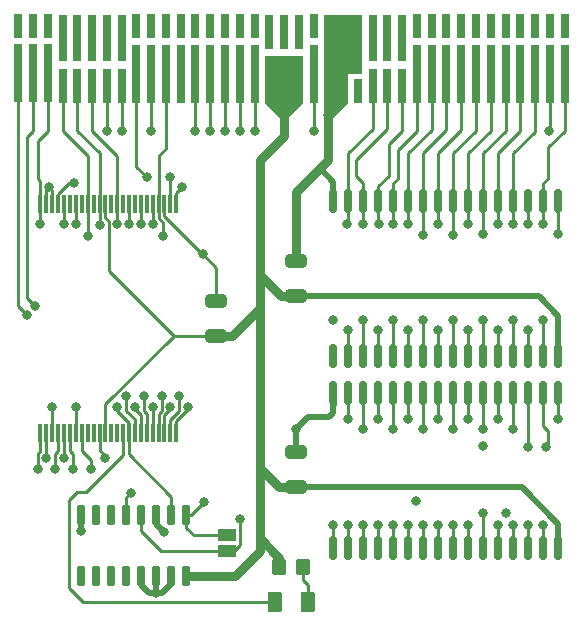
<source format=gbr>
%TF.GenerationSoftware,KiCad,Pcbnew,8.0.7*%
%TF.CreationDate,2025-01-02T16:49:33-06:00*%
%TF.ProjectId,z88-flash-mod,7a38382d-666c-4617-9368-2d6d6f642e6b,rev?*%
%TF.SameCoordinates,Original*%
%TF.FileFunction,Copper,L1,Top*%
%TF.FilePolarity,Positive*%
%FSLAX46Y46*%
G04 Gerber Fmt 4.6, Leading zero omitted, Abs format (unit mm)*
G04 Created by KiCad (PCBNEW 8.0.7) date 2025-01-02 16:49:33*
%MOMM*%
%LPD*%
G01*
G04 APERTURE LIST*
G04 Aperture macros list*
%AMRoundRect*
0 Rectangle with rounded corners*
0 $1 Rounding radius*
0 $2 $3 $4 $5 $6 $7 $8 $9 X,Y pos of 4 corners*
0 Add a 4 corners polygon primitive as box body*
4,1,4,$2,$3,$4,$5,$6,$7,$8,$9,$2,$3,0*
0 Add four circle primitives for the rounded corners*
1,1,$1+$1,$2,$3*
1,1,$1+$1,$4,$5*
1,1,$1+$1,$6,$7*
1,1,$1+$1,$8,$9*
0 Add four rect primitives between the rounded corners*
20,1,$1+$1,$2,$3,$4,$5,0*
20,1,$1+$1,$4,$5,$6,$7,0*
20,1,$1+$1,$6,$7,$8,$9,0*
20,1,$1+$1,$8,$9,$2,$3,0*%
G04 Aperture macros list end*
%TA.AperFunction,Conductor*%
%ADD10C,0.000000*%
%TD*%
%TA.AperFunction,SMDPad,CuDef*%
%ADD11RoundRect,0.250000X0.650000X-0.325000X0.650000X0.325000X-0.650000X0.325000X-0.650000X-0.325000X0*%
%TD*%
%TA.AperFunction,SMDPad,CuDef*%
%ADD12RoundRect,0.150000X-0.150000X0.875000X-0.150000X-0.875000X0.150000X-0.875000X0.150000X0.875000X0*%
%TD*%
%TA.AperFunction,SMDPad,CuDef*%
%ADD13RoundRect,0.150000X-0.150000X0.725000X-0.150000X-0.725000X0.150000X-0.725000X0.150000X0.725000X0*%
%TD*%
%TA.AperFunction,SMDPad,CuDef*%
%ADD14RoundRect,0.250000X-0.375000X-0.625000X0.375000X-0.625000X0.375000X0.625000X-0.375000X0.625000X0*%
%TD*%
%TA.AperFunction,SMDPad,CuDef*%
%ADD15RoundRect,0.075000X0.075000X-0.712500X0.075000X0.712500X-0.075000X0.712500X-0.075000X-0.712500X0*%
%TD*%
%TA.AperFunction,SMDPad,CuDef*%
%ADD16R,1.500000X1.000000*%
%TD*%
%TA.AperFunction,SMDPad,CuDef*%
%ADD17RoundRect,0.250000X-0.350000X-0.450000X0.350000X-0.450000X0.350000X0.450000X-0.350000X0.450000X0*%
%TD*%
%TA.AperFunction,ConnectorPad*%
%ADD18R,0.750000X5.000000*%
%TD*%
%TA.AperFunction,ConnectorPad*%
%ADD19R,0.750000X2.000000*%
%TD*%
%TA.AperFunction,ConnectorPad*%
%ADD20R,0.750000X3.000000*%
%TD*%
%TA.AperFunction,ConnectorPad*%
%ADD21R,0.750000X4.000000*%
%TD*%
%TA.AperFunction,ConnectorPad*%
%ADD22R,0.750000X7.500000*%
%TD*%
%TA.AperFunction,ViaPad*%
%ADD23C,0.800000*%
%TD*%
%TA.AperFunction,Conductor*%
%ADD24C,0.250000*%
%TD*%
%TA.AperFunction,Conductor*%
%ADD25C,0.750000*%
%TD*%
%TA.AperFunction,Conductor*%
%ADD26C,0.500000*%
%TD*%
G04 APERTURE END LIST*
D10*
%TA.AperFunction,Conductor*%
%TO.N,VCC*%
G36*
X141969000Y-70699000D02*
G01*
X140344000Y-72324000D01*
X138719000Y-70699000D01*
X138719000Y-66699000D01*
X141969000Y-66699000D01*
X141969000Y-70699000D01*
G37*
%TD.AperFunction*%
%TA.AperFunction,Conductor*%
%TO.N,GND*%
G36*
X146969000Y-68199000D02*
G01*
X145719000Y-68199000D01*
X145719000Y-70699000D01*
X143719000Y-72699000D01*
X143719000Y-63199000D01*
X146969000Y-63199000D01*
X146969000Y-68199000D01*
G37*
%TD.AperFunction*%
%TD*%
D11*
%TO.P,C2,1*%
%TO.N,VCC*%
X141351000Y-103202000D03*
%TO.P,C2,2*%
%TO.N,GND*%
X141351000Y-100252000D03*
%TD*%
%TO.P,C3,1*%
%TO.N,VCC*%
X141351000Y-87024000D03*
%TO.P,C3,2*%
%TO.N,GND*%
X141351000Y-84074000D03*
%TD*%
D12*
%TO.P,U2,1,A18*%
%TO.N,/A18*%
X163576000Y-95250000D03*
%TO.P,U2,2,A16*%
%TO.N,/A16*%
X162306000Y-95250000D03*
%TO.P,U2,3,A14*%
%TO.N,/A14*%
X161036000Y-95250000D03*
%TO.P,U2,4,A12*%
%TO.N,/A12*%
X159766000Y-95250000D03*
%TO.P,U2,5,A7*%
%TO.N,/A7*%
X158496000Y-95250000D03*
%TO.P,U2,6,A6*%
%TO.N,/A6*%
X157226000Y-95250000D03*
%TO.P,U2,7,A5*%
%TO.N,/A5*%
X155956000Y-95250000D03*
%TO.P,U2,8,A4*%
%TO.N,/A4*%
X154686000Y-95250000D03*
%TO.P,U2,9,A3*%
%TO.N,/A3*%
X153416000Y-95250000D03*
%TO.P,U2,10,A2*%
%TO.N,/A2*%
X152146000Y-95250000D03*
%TO.P,U2,11,A1*%
%TO.N,/A1*%
X150876000Y-95250000D03*
%TO.P,U2,12,A0*%
%TO.N,/A0*%
X149606000Y-95250000D03*
%TO.P,U2,13,DQ0*%
%TO.N,/D0*%
X148336000Y-95250000D03*
%TO.P,U2,14,DQ1*%
%TO.N,/D1*%
X147066000Y-95250000D03*
%TO.P,U2,15,DQ2*%
%TO.N,/D2*%
X145796000Y-95250000D03*
%TO.P,U2,16,VSS*%
%TO.N,GND*%
X144526000Y-95250000D03*
%TO.P,U2,17,DQ3*%
%TO.N,/D3*%
X144526000Y-108350000D03*
%TO.P,U2,18,DQ4*%
%TO.N,/D4*%
X145796000Y-108350000D03*
%TO.P,U2,19,DQ5*%
%TO.N,/D5*%
X147066000Y-108350000D03*
%TO.P,U2,20,DQ6*%
%TO.N,/D6*%
X148336000Y-108350000D03*
%TO.P,U2,21,DQ7*%
%TO.N,/D7*%
X149606000Y-108350000D03*
%TO.P,U2,22,CE#*%
%TO.N,Net-(JP1-A)*%
X150876000Y-108350000D03*
%TO.P,U2,23,A10*%
%TO.N,/A10*%
X152146000Y-108350000D03*
%TO.P,U2,24,OE#*%
%TO.N,/ROE*%
X153416000Y-108350000D03*
%TO.P,U2,25,A11*%
%TO.N,/A11*%
X154686000Y-108350000D03*
%TO.P,U2,26,A9*%
%TO.N,/A9*%
X155956000Y-108350000D03*
%TO.P,U2,27,A8*%
%TO.N,/A8*%
X157226000Y-108350000D03*
%TO.P,U2,28,A13*%
%TO.N,/A13*%
X158496000Y-108350000D03*
%TO.P,U2,29,WE#*%
%TO.N,/WEL*%
X159766000Y-108350000D03*
%TO.P,U2,30,A17*%
%TO.N,/A17*%
X161036000Y-108350000D03*
%TO.P,U2,31,A15*%
%TO.N,/A15*%
X162306000Y-108350000D03*
%TO.P,U2,32,VCC*%
%TO.N,VCC*%
X163576000Y-108350000D03*
%TD*%
D13*
%TO.P,U4,1,E*%
%TO.N,/~{SE1}*%
X132080000Y-105537000D03*
%TO.P,U4,2,A0*%
%TO.N,/A19*%
X130810000Y-105537000D03*
%TO.P,U4,3,A1*%
%TO.N,GND*%
X129540000Y-105537000D03*
%TO.P,U4,4,O0*%
%TO.N,Net-(JP1-A)*%
X128270000Y-105537000D03*
%TO.P,U4,5,O1*%
%TO.N,Net-(U3-CE#)*%
X127000000Y-105537000D03*
%TO.P,U4,6,O2*%
%TO.N,unconnected-(U4A-O2-Pad6)*%
X125730000Y-105537000D03*
%TO.P,U4,7,O3*%
%TO.N,unconnected-(U4A-O3-Pad7)*%
X124460000Y-105537000D03*
%TO.P,U4,8,GND*%
%TO.N,GND*%
X123190000Y-105537000D03*
%TO.P,U4,9,O3*%
%TO.N,unconnected-(U4B-O3-Pad9)*%
X123190000Y-110687000D03*
%TO.P,U4,10,O2*%
%TO.N,unconnected-(U4B-O2-Pad10)*%
X124460000Y-110687000D03*
%TO.P,U4,11,O1*%
%TO.N,unconnected-(U4B-O1-Pad11)*%
X125730000Y-110687000D03*
%TO.P,U4,12,O0*%
%TO.N,unconnected-(U4B-O0-Pad12)*%
X127000000Y-110687000D03*
%TO.P,U4,13,A1*%
%TO.N,GND*%
X128270000Y-110687000D03*
%TO.P,U4,14,A0*%
X129540000Y-110687000D03*
%TO.P,U4,15,E*%
X130810000Y-110687000D03*
%TO.P,U4,16,VCC*%
%TO.N,VCC*%
X132080000Y-110687000D03*
%TD*%
D14*
%TO.P,D1,1,K*%
%TO.N,Net-(D1-K)*%
X139570000Y-112903000D03*
%TO.P,D1,2,A*%
%TO.N,Net-(D1-A)*%
X142370000Y-112903000D03*
%TD*%
D15*
%TO.P,U1,1,A15*%
%TO.N,/A16*%
X119719000Y-98636500D03*
%TO.P,U1,2,A14*%
%TO.N,/A15*%
X120219000Y-98636500D03*
%TO.P,U1,3,A13*%
%TO.N,/A14*%
X120719000Y-98636500D03*
%TO.P,U1,4,A12*%
%TO.N,/A13*%
X121219000Y-98636500D03*
%TO.P,U1,5,A11*%
%TO.N,/A12*%
X121719000Y-98636500D03*
%TO.P,U1,6,A10*%
%TO.N,/A11*%
X122219000Y-98636500D03*
%TO.P,U1,7,A9*%
%TO.N,/A10*%
X122719000Y-98636500D03*
%TO.P,U1,8,A8*%
%TO.N,/A9*%
X123219000Y-98636500D03*
%TO.P,U1,9*%
%TO.N,N/C*%
X123719000Y-98636500D03*
%TO.P,U1,10*%
X124219000Y-98636500D03*
%TO.P,U1,11,~{WE}*%
%TO.N,/WEL*%
X124719000Y-98636500D03*
%TO.P,U1,12,~{RESET}*%
%TO.N,VCC*%
X125219000Y-98636500D03*
%TO.P,U1,13*%
%TO.N,N/C*%
X125719000Y-98636500D03*
%TO.P,U1,14*%
X126219000Y-98636500D03*
%TO.P,U1,15,RY/~{BY}*%
%TO.N,Net-(D1-K)*%
X126719000Y-98636500D03*
%TO.P,U1,16,A18*%
%TO.N,/A19*%
X127219000Y-98636500D03*
%TO.P,U1,17,A17*%
%TO.N,/A18*%
X127719000Y-98636500D03*
%TO.P,U1,18,A7*%
%TO.N,/A8*%
X128219000Y-98636500D03*
%TO.P,U1,19,A6*%
%TO.N,/A7*%
X128719000Y-98636500D03*
%TO.P,U1,20,A5*%
%TO.N,/A6*%
X129219000Y-98636500D03*
%TO.P,U1,21,A4*%
%TO.N,/A5*%
X129719000Y-98636500D03*
%TO.P,U1,22,A3*%
%TO.N,/A4*%
X130219000Y-98636500D03*
%TO.P,U1,23,A2*%
%TO.N,/A3*%
X130719000Y-98636500D03*
%TO.P,U1,24,A1*%
%TO.N,/A2*%
X131219000Y-98636500D03*
%TO.P,U1,25,A0*%
%TO.N,/A1*%
X131219000Y-79261500D03*
%TO.P,U1,26,~{CE}*%
%TO.N,/~{SE1}*%
X130719000Y-79261500D03*
%TO.P,U1,27,VSS*%
%TO.N,GND*%
X130219000Y-79261500D03*
%TO.P,U1,28,~{OE}*%
%TO.N,/ROE*%
X129719000Y-79261500D03*
%TO.P,U1,29,DQ0*%
%TO.N,/D0*%
X129219000Y-79261500D03*
%TO.P,U1,30,DQ8*%
%TO.N,unconnected-(U1-DQ8-Pad30)*%
X128719000Y-79261500D03*
%TO.P,U1,31,DQ1*%
%TO.N,/D1*%
X128219000Y-79261500D03*
%TO.P,U1,32,DQ9*%
%TO.N,unconnected-(U1-DQ9-Pad32)*%
X127719000Y-79261500D03*
%TO.P,U1,33,DQ2*%
%TO.N,/D2*%
X127219000Y-79261500D03*
%TO.P,U1,34,DQ10*%
%TO.N,unconnected-(U1-DQ10-Pad34)*%
X126719000Y-79261500D03*
%TO.P,U1,35,DQ3*%
%TO.N,/D3*%
X126219000Y-79261500D03*
%TO.P,U1,36,DQ11*%
%TO.N,unconnected-(U1-DQ11-Pad36)*%
X125719000Y-79261500D03*
%TO.P,U1,37,VCC*%
%TO.N,VCC*%
X125219000Y-79261500D03*
%TO.P,U1,38,DQ4*%
%TO.N,/D4*%
X124719000Y-79261500D03*
%TO.P,U1,39,DQ12*%
%TO.N,unconnected-(U1-DQ12-Pad39)*%
X124219000Y-79261500D03*
%TO.P,U1,40,DQ5*%
%TO.N,/D5*%
X123719000Y-79261500D03*
%TO.P,U1,41,DQ13*%
%TO.N,unconnected-(U1-DQ13-Pad41)*%
X123219000Y-79261500D03*
%TO.P,U1,42,DQ6*%
%TO.N,/D6*%
X122719000Y-79261500D03*
%TO.P,U1,43,DQ14*%
%TO.N,unconnected-(U1-DQ14-Pad43)*%
X122219000Y-79261500D03*
%TO.P,U1,44,DQ7*%
%TO.N,/D7*%
X121719000Y-79261500D03*
%TO.P,U1,45,DQ15/A-1*%
%TO.N,/A0*%
X121219000Y-79261500D03*
%TO.P,U1,46,VSS*%
%TO.N,GND*%
X120719000Y-79261500D03*
%TO.P,U1,47,~{BYTE}*%
X120219000Y-79261500D03*
%TO.P,U1,48,A16*%
%TO.N,/A17*%
X119719000Y-79261500D03*
%TD*%
D16*
%TO.P,512K,1,A*%
%TO.N,Net-(JP1-A)*%
X135509000Y-108585000D03*
%TO.P,512K,2,B*%
%TO.N,/~{SE1}*%
X135509000Y-107285000D03*
%TD*%
D17*
%TO.P,R1,1*%
%TO.N,VCC*%
X139954000Y-109982000D03*
%TO.P,R1,2*%
%TO.N,Net-(D1-A)*%
X141954000Y-109982000D03*
%TD*%
D11*
%TO.P,C1,1*%
%TO.N,VCC*%
X134620000Y-90375000D03*
%TO.P,C1,2*%
%TO.N,GND*%
X134620000Y-87425000D03*
%TD*%
D18*
%TO.P,J1,1,Pin_1*%
%TO.N,/A16*%
X164094000Y-68199000D03*
D19*
%TO.P,J1,1n,Pin_39*%
%TO.N,unconnected-(J1-Pin_39-Pad1n)*%
X164114000Y-64199000D03*
D18*
%TO.P,J1,2,Pin_2*%
%TO.N,/A15*%
X162844000Y-68199000D03*
D19*
%TO.P,J1,2n,Pin_40*%
%TO.N,unconnected-(J1-Pin_40-Pad2n)*%
X162844000Y-64199000D03*
D18*
%TO.P,J1,3,Pin_3*%
%TO.N,/A12*%
X161594000Y-68199000D03*
D19*
%TO.P,J1,3n,Pin_41*%
%TO.N,unconnected-(J1-Pin_41-Pad3n)*%
X161594000Y-64199000D03*
D18*
%TO.P,J1,4,Pin_4*%
%TO.N,/A7*%
X160344000Y-68199000D03*
D19*
%TO.P,J1,4n,Pin_42*%
%TO.N,unconnected-(J1-Pin_42-Pad4n)*%
X160344000Y-64199000D03*
D18*
%TO.P,J1,5,Pin_5*%
%TO.N,/A6*%
X159094000Y-68199000D03*
D19*
%TO.P,J1,5n,Pin_43*%
%TO.N,unconnected-(J1-Pin_43-Pad5n)*%
X159094000Y-64199000D03*
D18*
%TO.P,J1,6,Pin_6*%
%TO.N,/A5*%
X157844000Y-68199000D03*
D19*
%TO.P,J1,6n,Pin_44*%
%TO.N,unconnected-(J1-Pin_44-Pad6n)*%
X157844000Y-64199000D03*
D18*
%TO.P,J1,7,Pin_7*%
%TO.N,/A4*%
X156594000Y-68199000D03*
D19*
%TO.P,J1,7n,Pin_45*%
%TO.N,unconnected-(J1-Pin_45-Pad7n)*%
X156594000Y-64199000D03*
D18*
%TO.P,J1,8,Pin_8*%
%TO.N,/A3*%
X155344000Y-68199000D03*
D19*
%TO.P,J1,8n,Pin_46*%
%TO.N,unconnected-(J1-Pin_46-Pad8n)*%
X155344000Y-64199000D03*
D18*
%TO.P,J1,9,Pin_9*%
%TO.N,/A2*%
X154094000Y-68199000D03*
D19*
%TO.P,J1,9n,Pin_47*%
%TO.N,unconnected-(J1-Pin_47-Pad9n)*%
X154094000Y-64199000D03*
D18*
%TO.P,J1,10,Pin_10*%
%TO.N,/A1*%
X152844000Y-68199000D03*
D19*
%TO.P,J1,10n,Pin_48*%
%TO.N,unconnected-(J1-Pin_48-Pad10n)*%
X152844000Y-64199000D03*
D18*
%TO.P,J1,11,Pin_11*%
%TO.N,/A0*%
X151594000Y-68199000D03*
D19*
%TO.P,J1,11n,Pin_49*%
%TO.N,unconnected-(J1-Pin_49-Pad11n)*%
X151594000Y-64199000D03*
D20*
%TO.P,J1,12,Pin_12*%
%TO.N,/D0*%
X150344000Y-69199000D03*
D21*
%TO.P,J1,12n,Pin_50*%
%TO.N,unconnected-(J1-Pin_50-Pad12n)*%
X150344000Y-65199000D03*
D20*
%TO.P,J1,13,Pin_13*%
%TO.N,/D1*%
X149094000Y-69199000D03*
D21*
%TO.P,J1,13n,Pin_51*%
%TO.N,unconnected-(J1-Pin_51-Pad13n)*%
X149094000Y-65199000D03*
D20*
%TO.P,J1,14,Pin_14*%
%TO.N,/D2*%
X147844000Y-69199000D03*
D21*
%TO.P,J1,14n,Pin_52*%
%TO.N,unconnected-(J1-Pin_52-Pad14n)*%
X147844000Y-65199000D03*
D19*
%TO.P,J1,15,GND*%
%TO.N,unconnected-(J1-GND-Pad15)*%
X146594000Y-69699000D03*
D18*
%TO.P,J1,15n,Pin_53*%
%TO.N,GND*%
X146594000Y-65699000D03*
D22*
%TO.P,J1,16,GND*%
X145344000Y-66949000D03*
%TO.P,J1,17,GND*%
X144094000Y-66949000D03*
D18*
%TO.P,J1,18,Pin_18*%
%TO.N,/A14*%
X142844000Y-68199000D03*
D19*
%TO.P,J1,18n,Pin_56*%
%TO.N,unconnected-(J1-Pin_56-Pad18n)*%
X142844000Y-64199000D03*
D21*
%TO.P,J1,19,Pin_19*%
%TO.N,VCC*%
X141594000Y-68699000D03*
D20*
%TO.P,J1,19n,Pin_57*%
%TO.N,unconnected-(J1-Pin_57-Pad19n)*%
X141594000Y-64699000D03*
D21*
%TO.P,J1,20,Pin_20*%
%TO.N,VCC*%
X140344000Y-68699000D03*
D20*
%TO.P,J1,20n,Pin_58*%
%TO.N,unconnected-(J1-Pin_58-Pad20n)*%
X140344000Y-64699000D03*
D21*
%TO.P,J1,21,Pin_21*%
%TO.N,VCC*%
X139094000Y-68699000D03*
D20*
%TO.P,J1,21n,Pin_59*%
%TO.N,unconnected-(J1-Pin_59-Pad21n)*%
X139094000Y-64699000D03*
D18*
%TO.P,J1,22,Pin_22*%
%TO.N,/WEL*%
X137844000Y-68199000D03*
D19*
%TO.P,J1,22n,Pin_60*%
%TO.N,unconnected-(J1-Pin_60-Pad22n)*%
X137844000Y-64199000D03*
D18*
%TO.P,J1,23,Pin_23*%
%TO.N,/A13*%
X136594000Y-68199000D03*
D19*
%TO.P,J1,23n,Pin_61*%
%TO.N,unconnected-(J1-Pin_61-Pad23n)*%
X136594000Y-64199000D03*
D18*
%TO.P,J1,24,Pin_24*%
%TO.N,/A8*%
X135344000Y-68199000D03*
D19*
%TO.P,J1,24n,Pin_62*%
%TO.N,unconnected-(J1-Pin_62-Pad24n)*%
X135344000Y-64199000D03*
D18*
%TO.P,J1,25,Pin_25*%
%TO.N,/A9*%
X134094000Y-68199000D03*
D19*
%TO.P,J1,25n,Pin_63*%
%TO.N,unconnected-(J1-Pin_63-Pad25n)*%
X134094000Y-64199000D03*
D18*
%TO.P,J1,26,Pin_26*%
%TO.N,/A11*%
X132844000Y-68199000D03*
D19*
%TO.P,J1,26n,Pin_64*%
%TO.N,unconnected-(J1-Pin_64-Pad26n)*%
X132844000Y-64199000D03*
D18*
%TO.P,J1,27,Pin_27*%
%TO.N,unconnected-(J1-Pin_27-Pad27)*%
X131594000Y-68199000D03*
D19*
%TO.P,J1,27n,Pin_65*%
%TO.N,unconnected-(J1-Pin_65-Pad27n)*%
X131594000Y-64199000D03*
D18*
%TO.P,J1,28,Pin_28*%
%TO.N,/ROE*%
X130344000Y-68199000D03*
D19*
%TO.P,J1,28n,Pin_66*%
%TO.N,unconnected-(J1-Pin_66-Pad28n)*%
X130344000Y-64199000D03*
D18*
%TO.P,J1,29,Pin_29*%
%TO.N,/A10*%
X129094000Y-68199000D03*
D19*
%TO.P,J1,29n,Pin_67*%
%TO.N,unconnected-(J1-Pin_67-Pad29n)*%
X129094000Y-64199000D03*
D18*
%TO.P,J1,30,Pin_30*%
%TO.N,/~{SE1}*%
X127844000Y-68199000D03*
D19*
%TO.P,J1,30n,Pin_68*%
%TO.N,unconnected-(J1-Pin_68-Pad30n)*%
X127844000Y-64199000D03*
D20*
%TO.P,J1,31,Pin_31*%
%TO.N,/D7*%
X126594000Y-69199000D03*
D21*
%TO.P,J1,31n,Pin_69*%
%TO.N,unconnected-(J1-Pin_69-Pad31n)*%
X126594000Y-65199000D03*
D20*
%TO.P,J1,32,Pin_32*%
%TO.N,/D6*%
X125344000Y-69199000D03*
D21*
%TO.P,J1,32n,Pin_70*%
%TO.N,unconnected-(J1-Pin_70-Pad32n)*%
X125344000Y-65199000D03*
D20*
%TO.P,J1,33,Pin_33*%
%TO.N,/D3*%
X124094000Y-69199000D03*
D21*
%TO.P,J1,33n,Pin_71*%
%TO.N,unconnected-(J1-Pin_71-Pad33n)*%
X124094000Y-65199000D03*
D20*
%TO.P,J1,34,Pin_34*%
%TO.N,/D4*%
X122844000Y-69199000D03*
D21*
%TO.P,J1,34n,Pin_72*%
%TO.N,unconnected-(J1-Pin_72-Pad34n)*%
X122844000Y-65199000D03*
D20*
%TO.P,J1,35,Pin_35*%
%TO.N,/D5*%
X121594000Y-69199000D03*
D21*
%TO.P,J1,35n,Pin_73*%
%TO.N,unconnected-(J1-Pin_73-Pad35n)*%
X121594000Y-65199000D03*
D18*
%TO.P,J1,36,Pin_36*%
%TO.N,/A17*%
X120344000Y-68144000D03*
D19*
%TO.P,J1,36n,Pin_74*%
%TO.N,unconnected-(J1-Pin_74-Pad36n)*%
X120344000Y-64199000D03*
D18*
%TO.P,J1,37,Pin_37*%
%TO.N,/A18*%
X119094000Y-68144000D03*
D19*
%TO.P,J1,37n,Pin_75*%
%TO.N,unconnected-(J1-Pin_75-Pad37n)*%
X119094000Y-64199000D03*
D18*
%TO.P,J1,38,Pin_38*%
%TO.N,/A19*%
X117844000Y-68144000D03*
D19*
%TO.P,J1,38n,Pin_76*%
%TO.N,unconnected-(J1-Pin_76-Pad38n)*%
X117844000Y-64199000D03*
%TD*%
D12*
%TO.P,U3,1,A18*%
%TO.N,/A18*%
X163576000Y-78994000D03*
%TO.P,U3,2,A16*%
%TO.N,/A16*%
X162306000Y-78994000D03*
%TO.P,U3,3,A14*%
%TO.N,/A14*%
X161036000Y-78994000D03*
%TO.P,U3,4,A12*%
%TO.N,/A12*%
X159766000Y-78994000D03*
%TO.P,U3,5,A7*%
%TO.N,/A7*%
X158496000Y-78994000D03*
%TO.P,U3,6,A6*%
%TO.N,/A6*%
X157226000Y-78994000D03*
%TO.P,U3,7,A5*%
%TO.N,/A5*%
X155956000Y-78994000D03*
%TO.P,U3,8,A4*%
%TO.N,/A4*%
X154686000Y-78994000D03*
%TO.P,U3,9,A3*%
%TO.N,/A3*%
X153416000Y-78994000D03*
%TO.P,U3,10,A2*%
%TO.N,/A2*%
X152146000Y-78994000D03*
%TO.P,U3,11,A1*%
%TO.N,/A1*%
X150876000Y-78994000D03*
%TO.P,U3,12,A0*%
%TO.N,/A0*%
X149606000Y-78994000D03*
%TO.P,U3,13,DQ0*%
%TO.N,/D0*%
X148336000Y-78994000D03*
%TO.P,U3,14,DQ1*%
%TO.N,/D1*%
X147066000Y-78994000D03*
%TO.P,U3,15,DQ2*%
%TO.N,/D2*%
X145796000Y-78994000D03*
%TO.P,U3,16,VSS*%
%TO.N,GND*%
X144526000Y-78994000D03*
%TO.P,U3,17,DQ3*%
%TO.N,/D3*%
X144526000Y-92094000D03*
%TO.P,U3,18,DQ4*%
%TO.N,/D4*%
X145796000Y-92094000D03*
%TO.P,U3,19,DQ5*%
%TO.N,/D5*%
X147066000Y-92094000D03*
%TO.P,U3,20,DQ6*%
%TO.N,/D6*%
X148336000Y-92094000D03*
%TO.P,U3,21,DQ7*%
%TO.N,/D7*%
X149606000Y-92094000D03*
%TO.P,U3,22,CE#*%
%TO.N,Net-(U3-CE#)*%
X150876000Y-92094000D03*
%TO.P,U3,23,A10*%
%TO.N,/A10*%
X152146000Y-92094000D03*
%TO.P,U3,24,OE#*%
%TO.N,/ROE*%
X153416000Y-92094000D03*
%TO.P,U3,25,A11*%
%TO.N,/A11*%
X154686000Y-92094000D03*
%TO.P,U3,26,A9*%
%TO.N,/A9*%
X155956000Y-92094000D03*
%TO.P,U3,27,A8*%
%TO.N,/A8*%
X157226000Y-92094000D03*
%TO.P,U3,28,A13*%
%TO.N,/A13*%
X158496000Y-92094000D03*
%TO.P,U3,29,WE#*%
%TO.N,/WEL*%
X159766000Y-92094000D03*
%TO.P,U3,30,A17*%
%TO.N,/A17*%
X161036000Y-92094000D03*
%TO.P,U3,31,A15*%
%TO.N,/A15*%
X162306000Y-92094000D03*
%TO.P,U3,32,VCC*%
%TO.N,VCC*%
X163576000Y-92094000D03*
%TD*%
D23*
%TO.N,GND*%
X123190000Y-106934000D03*
X141351000Y-98298000D03*
X133477000Y-83502000D03*
X120469000Y-77824000D03*
X129540000Y-112141000D03*
X130175000Y-106971000D03*
X144094000Y-71699000D03*
%TO.N,/D2*%
X145669000Y-80899000D03*
X127219000Y-80949000D03*
X145796000Y-97409000D03*
%TO.N,/D1*%
X147066000Y-98298000D03*
X128219000Y-80949000D03*
X147066000Y-80899000D03*
%TO.N,/A14*%
X161036000Y-80899000D03*
X161036000Y-99822000D03*
X142875000Y-73025000D03*
X120719000Y-96449000D03*
%TO.N,/D0*%
X148344000Y-80899000D03*
X129219000Y-80949000D03*
X148336000Y-97409000D03*
%TO.N,/A13*%
X158496000Y-89916000D03*
X158496000Y-106426000D03*
X136594000Y-73025000D03*
X120969000Y-101699000D03*
%TO.N,/A0*%
X149606000Y-80899000D03*
X149606000Y-98298000D03*
X122555000Y-77470000D03*
%TO.N,/A8*%
X157226000Y-89027000D03*
X135344000Y-73025000D03*
X157226000Y-99748000D03*
X157226000Y-105410000D03*
X127719003Y-96449000D03*
%TO.N,/A1*%
X150876000Y-80899000D03*
X131719000Y-77824000D03*
X150876000Y-97409000D03*
%TO.N,/A9*%
X123969000Y-101699000D03*
X155956000Y-89916000D03*
X155956000Y-106426000D03*
X134094000Y-73025000D03*
%TO.N,/A2*%
X152146000Y-98298000D03*
X152146000Y-81824000D03*
X132219000Y-96449000D03*
%TO.N,/A11*%
X132844000Y-73025000D03*
X122469000Y-101699000D03*
X154686000Y-89027000D03*
X154686000Y-106426000D03*
%TO.N,/A3*%
X153416000Y-80899000D03*
X153416000Y-97409000D03*
X131469000Y-95449000D03*
%TO.N,/A4*%
X130719000Y-96449000D03*
X154686000Y-98298000D03*
X154686000Y-81824000D03*
%TO.N,/A10*%
X152146000Y-106426000D03*
X152146000Y-89027000D03*
X122719000Y-96424000D03*
X129094000Y-73025000D03*
%TO.N,/A5*%
X155956000Y-80899000D03*
X129969000Y-95449000D03*
X155956000Y-97409000D03*
%TO.N,/A6*%
X157226000Y-98298000D03*
X157226000Y-81788000D03*
X129219000Y-96449000D03*
%TO.N,/D7*%
X126594000Y-73025000D03*
X149606000Y-106426000D03*
X121719000Y-80949000D03*
X149606000Y-89027000D03*
%TO.N,/A7*%
X128469000Y-95449000D03*
X158496000Y-80899000D03*
X158496000Y-97409000D03*
%TO.N,/D6*%
X148336000Y-89916000D03*
X122719000Y-80949000D03*
X125344000Y-73025000D03*
X148336000Y-106426000D03*
%TO.N,/A12*%
X159126000Y-105410000D03*
X159766000Y-98298000D03*
X159766000Y-80899000D03*
X121719000Y-100699000D03*
%TO.N,/D5*%
X147066000Y-106426000D03*
X123744305Y-81974305D03*
X147066000Y-89027000D03*
%TO.N,/A15*%
X120219000Y-100699000D03*
X162306000Y-89027000D03*
X162814000Y-73025000D03*
X162306000Y-106426000D03*
%TO.N,/D4*%
X145796000Y-106426000D03*
X124744305Y-80974305D03*
X145796000Y-89916000D03*
%TO.N,/A16*%
X119469000Y-101699000D03*
X162306000Y-80899000D03*
X162523000Y-99785000D03*
%TO.N,/D3*%
X144526000Y-89027000D03*
X126219000Y-80949000D03*
X144526000Y-106426000D03*
%TO.N,/WEL*%
X159766000Y-106426000D03*
X125222000Y-100711000D03*
X159766000Y-89027000D03*
X137844000Y-73025000D03*
%TO.N,/ROE*%
X130094000Y-81949000D03*
X153416000Y-89916000D03*
X153416000Y-106426000D03*
%TO.N,/A17*%
X161036000Y-89916000D03*
X119719000Y-80949000D03*
X161036000Y-106426000D03*
%TO.N,/A19*%
X118545892Y-88591108D03*
X126219000Y-96449000D03*
%TO.N,/A18*%
X163576000Y-81788000D03*
X126969006Y-95449000D03*
X163576000Y-97409000D03*
X119253000Y-87884000D03*
%TO.N,/~{SE1}*%
X130719000Y-76926000D03*
X128719000Y-76949000D03*
X133604000Y-104424000D03*
%TO.N,Net-(JP1-A)*%
X136594000Y-105881000D03*
X150876000Y-106426000D03*
%TO.N,Net-(U3-CE#)*%
X127344000Y-103699000D03*
X151511000Y-104394000D03*
X150876000Y-89916000D03*
%TD*%
D24*
%TO.N,GND*%
X128270000Y-110687000D02*
X128270000Y-111125000D01*
D25*
X144094000Y-71699000D02*
X144094000Y-75489000D01*
D24*
X130810000Y-110687000D02*
X130810000Y-111125000D01*
X120219000Y-78074000D02*
X120469000Y-77824000D01*
D25*
X144094000Y-75489000D02*
X143383000Y-76200000D01*
D26*
X141351000Y-98298000D02*
X141351000Y-100252000D01*
D24*
X134620000Y-84645000D02*
X134620000Y-87425000D01*
D26*
X130810000Y-111379000D02*
X130810000Y-110687000D01*
D24*
X133477000Y-83502000D02*
X133433702Y-83502000D01*
D25*
X141351000Y-84074000D02*
X141351000Y-78232000D01*
D26*
X123190000Y-106934000D02*
X123190000Y-105537000D01*
X144526000Y-77343000D02*
X143383000Y-76200000D01*
X144145000Y-97282000D02*
X144526000Y-96901000D01*
X144526000Y-78994000D02*
X144526000Y-77343000D01*
X129540000Y-112141000D02*
X130048000Y-112141000D01*
X141351000Y-98298000D02*
X142367000Y-97282000D01*
D24*
X120469000Y-77824000D02*
X120719000Y-78074000D01*
D26*
X129540000Y-106336000D02*
X129540000Y-105537000D01*
D24*
X130219000Y-80287298D02*
X130219000Y-79261500D01*
D25*
X144094000Y-66949000D02*
X144094000Y-71699000D01*
D24*
X120219000Y-79261500D02*
X120219000Y-78074000D01*
X120719000Y-78074000D02*
X120719000Y-79261500D01*
D26*
X130175000Y-106971000D02*
X129540000Y-106336000D01*
D24*
X133433702Y-83502000D02*
X130219000Y-80287298D01*
D26*
X142367000Y-97282000D02*
X144145000Y-97282000D01*
X128270000Y-111506000D02*
X128270000Y-110687000D01*
D25*
X141351000Y-78232000D02*
X143383000Y-76200000D01*
D24*
X133477000Y-83502000D02*
X134620000Y-84645000D01*
D26*
X128905000Y-112141000D02*
X128270000Y-111506000D01*
X129540000Y-110687000D02*
X129540000Y-112141000D01*
X144526000Y-96901000D02*
X144526000Y-95250000D01*
X130048000Y-112141000D02*
X130810000Y-111379000D01*
X129540000Y-112141000D02*
X128905000Y-112141000D01*
%TO.N,VCC*%
X161919000Y-87024000D02*
X141351000Y-87024000D01*
D25*
X138303000Y-107537000D02*
X139954000Y-109188000D01*
D26*
X163576000Y-92094000D02*
X163576000Y-88681000D01*
D25*
X139954000Y-109188000D02*
X139954000Y-109982000D01*
D26*
X163576000Y-88681000D02*
X161919000Y-87024000D01*
D24*
X125219000Y-98636500D02*
X125219000Y-96142000D01*
D25*
X138303000Y-108585000D02*
X138303000Y-107537000D01*
X136201000Y-110687000D02*
X138303000Y-108585000D01*
D26*
X160460859Y-103202000D02*
X163576000Y-106317141D01*
D25*
X132080000Y-110687000D02*
X136201000Y-110687000D01*
X134620000Y-90375000D02*
X135939000Y-90375000D01*
X138303000Y-85217000D02*
X138303000Y-88011000D01*
X140110000Y-87024000D02*
X138303000Y-85217000D01*
X140344000Y-69511500D02*
X140344000Y-73460500D01*
D24*
X125494000Y-84879500D02*
X125494000Y-80698695D01*
D26*
X163576000Y-106317141D02*
X163576000Y-108350000D01*
D24*
X125219000Y-80423695D02*
X125219000Y-79261500D01*
D25*
X140344000Y-73460500D02*
X138303000Y-75501500D01*
X138303000Y-101600000D02*
X138303000Y-107537000D01*
D24*
X130989500Y-90375000D02*
X125494000Y-84879500D01*
D25*
X141351000Y-103202000D02*
X139905000Y-103202000D01*
D24*
X125494000Y-80698695D02*
X125219000Y-80423695D01*
D25*
X138303000Y-75501500D02*
X138303000Y-85217000D01*
D24*
X134620000Y-90375000D02*
X130989500Y-90375000D01*
D25*
X135939000Y-90375000D02*
X138303000Y-88011000D01*
X141351000Y-87024000D02*
X140110000Y-87024000D01*
X139905000Y-103202000D02*
X138303000Y-101600000D01*
X138303000Y-88011000D02*
X138303000Y-101600000D01*
D24*
X125219000Y-96142000D02*
X130986000Y-90375000D01*
D26*
X141351000Y-103202000D02*
X160460859Y-103202000D01*
D24*
%TO.N,/D2*%
X145796000Y-74930000D02*
X147844000Y-72882000D01*
X127219000Y-79261500D02*
X127219000Y-80949000D01*
X145669000Y-80899000D02*
X145796000Y-80772000D01*
X145796000Y-80772000D02*
X145796000Y-78994000D01*
X145796000Y-97409000D02*
X145796000Y-95250000D01*
X145669000Y-79121000D02*
X145796000Y-78994000D01*
X147844000Y-72882000D02*
X147844000Y-69199000D01*
X145796000Y-78994000D02*
X145796000Y-74930000D01*
%TO.N,/D1*%
X147066000Y-78994000D02*
X147066000Y-80899000D01*
X147066000Y-98189611D02*
X147066000Y-95250000D01*
X146431000Y-76835000D02*
X146431000Y-75501500D01*
X128219000Y-79261500D02*
X128219000Y-80949000D01*
X149094000Y-72838500D02*
X149094000Y-69199000D01*
X146431000Y-75501500D02*
X149094000Y-72838500D01*
X147066000Y-77470000D02*
X146431000Y-76835000D01*
X147007153Y-98248458D02*
X147066000Y-98189611D01*
X147066000Y-78994000D02*
X147066000Y-77470000D01*
%TO.N,/A14*%
X142844000Y-68199000D02*
X142844000Y-72994000D01*
X161036000Y-99822000D02*
X161036000Y-95250000D01*
X161036000Y-78994000D02*
X161036000Y-80899000D01*
X142844000Y-72994000D02*
X142875000Y-73025000D01*
X120719000Y-98636500D02*
X120719000Y-96449000D01*
%TO.N,/D0*%
X148336000Y-77724000D02*
X149225000Y-76835000D01*
X149225000Y-74144000D02*
X150344000Y-73025000D01*
X148344000Y-80899000D02*
X148336000Y-80891000D01*
X129219000Y-79261500D02*
X129219000Y-80949000D01*
X148336000Y-80891000D02*
X148336000Y-78994000D01*
X150344000Y-73025000D02*
X150344000Y-69199000D01*
X149225000Y-76835000D02*
X149225000Y-74144000D01*
X148336000Y-78994000D02*
X148336000Y-77724000D01*
X148336000Y-95250000D02*
X148336000Y-97409000D01*
%TO.N,/A13*%
X158496000Y-89916000D02*
X158496000Y-92094000D01*
X158496000Y-108350000D02*
X158496000Y-106426000D01*
X136594000Y-68199000D02*
X136594000Y-73025000D01*
X121219000Y-98636500D02*
X121219000Y-100173695D01*
X120969000Y-100423695D02*
X120969000Y-101699000D01*
X158496000Y-92094000D02*
X158496000Y-89789000D01*
X121219000Y-100173695D02*
X120969000Y-100423695D01*
%TO.N,/A0*%
X121219000Y-78406236D02*
X121219000Y-79261500D01*
X149606000Y-78994000D02*
X149606000Y-77470000D01*
X149606000Y-77470000D02*
X149987000Y-77089000D01*
X149606000Y-80899000D02*
X149606000Y-78994000D01*
X122155236Y-77470000D02*
X121219000Y-78406236D01*
X122555000Y-77470000D02*
X122155236Y-77470000D01*
X149606000Y-98298000D02*
X149606000Y-95250000D01*
X149987000Y-77089000D02*
X149987000Y-74632000D01*
X151594000Y-73025000D02*
X151594000Y-68199000D01*
X149987000Y-74632000D02*
X151594000Y-73025000D01*
%TO.N,/A8*%
X135344000Y-73025000D02*
X135344000Y-68199000D01*
X128219000Y-97110701D02*
X127719003Y-96610704D01*
X127719003Y-96610704D02*
X127719003Y-96449000D01*
X128219000Y-98636500D02*
X128219000Y-97110701D01*
X157226000Y-105410000D02*
X157226000Y-108350000D01*
X157226000Y-89027000D02*
X157226000Y-92094000D01*
%TO.N,/A1*%
X150876000Y-97409000D02*
X150876000Y-95250000D01*
X131719000Y-77824000D02*
X131219000Y-78324000D01*
X152844000Y-72962000D02*
X152844000Y-68199000D01*
X150876000Y-78994000D02*
X150876000Y-74930000D01*
X131219000Y-78324000D02*
X131219000Y-79261500D01*
X150876000Y-74930000D02*
X152844000Y-72962000D01*
X150876000Y-80899000D02*
X150876000Y-78994000D01*
%TO.N,/A9*%
X123219000Y-98636500D02*
X123219000Y-100136500D01*
X134094000Y-68199000D02*
X134094000Y-73025000D01*
X123969000Y-100886500D02*
X123969000Y-101699000D01*
X155956000Y-108350000D02*
X155956000Y-106426000D01*
X155956000Y-89916000D02*
X155956000Y-92094000D01*
X123219000Y-100136500D02*
X123969000Y-100886500D01*
%TO.N,/A2*%
X131219000Y-97626514D02*
X132219000Y-96626514D01*
X152146000Y-74930000D02*
X154094000Y-72982000D01*
X152146000Y-78994000D02*
X152146000Y-81824000D01*
X132219000Y-96626514D02*
X132219000Y-96449000D01*
X154094000Y-72982000D02*
X154094000Y-68199000D01*
X152146000Y-78994000D02*
X152146000Y-74930000D01*
X152146000Y-98298000D02*
X152146000Y-95250000D01*
X131219000Y-98636500D02*
X131219000Y-97626514D01*
%TO.N,/A11*%
X154686000Y-89027000D02*
X154686000Y-92094000D01*
X154686000Y-108350000D02*
X154686000Y-106426000D01*
X122219000Y-98636500D02*
X122219000Y-100173695D01*
X122219000Y-100173695D02*
X122469000Y-100423695D01*
X122469000Y-100423695D02*
X122469000Y-101699000D01*
X132844000Y-73025000D02*
X132844000Y-68199000D01*
%TO.N,/A3*%
X131469000Y-96740118D02*
X131469000Y-95449000D01*
X153416000Y-78994000D02*
X153416000Y-80899000D01*
X153416000Y-74930000D02*
X155344000Y-73002000D01*
X153416000Y-78994000D02*
X153416000Y-74930000D01*
X155344000Y-73002000D02*
X155344000Y-68199000D01*
X130719000Y-98636500D02*
X130719000Y-97490118D01*
X153416000Y-97409000D02*
X153416000Y-95250000D01*
X130719000Y-97490118D02*
X131469000Y-96740118D01*
%TO.N,/A4*%
X130219000Y-98636500D02*
X130219000Y-97110701D01*
X154686000Y-78994000D02*
X154686000Y-81824000D01*
X154686000Y-98298000D02*
X154686000Y-95250000D01*
X154686000Y-78994000D02*
X154686000Y-74933000D01*
X156594000Y-73025000D02*
X156594000Y-68199000D01*
X130719000Y-96610701D02*
X130719000Y-96449000D01*
X130219000Y-97110701D02*
X130719000Y-96610701D01*
X154686000Y-74933000D02*
X156594000Y-73025000D01*
%TO.N,/A10*%
X122719000Y-96424000D02*
X122719000Y-98636500D01*
X152146000Y-108350000D02*
X152146000Y-106426000D01*
X129094000Y-68199000D02*
X129094000Y-73025000D01*
X152146000Y-89027000D02*
X152146000Y-92094000D01*
%TO.N,/A5*%
X155956000Y-97409000D02*
X155956000Y-95250000D01*
X129969000Y-96724305D02*
X129969000Y-95449000D01*
X155956000Y-74930000D02*
X157861000Y-73025000D01*
X129719000Y-98636500D02*
X129719000Y-96974305D01*
X155956000Y-78994000D02*
X155956000Y-74930000D01*
X129719000Y-96974305D02*
X129969000Y-96724305D01*
X157861000Y-73025000D02*
X157861000Y-68043000D01*
X155956000Y-78994000D02*
X155956000Y-80899000D01*
X157861000Y-68043000D02*
X157896000Y-68008000D01*
%TO.N,/A6*%
X157226000Y-98298000D02*
X157226000Y-95250000D01*
X157226000Y-78994000D02*
X157226000Y-74931396D01*
X157226000Y-74931396D02*
X159094000Y-73063396D01*
X159094000Y-73063396D02*
X159094000Y-68199000D01*
X157226000Y-78994000D02*
X157226000Y-81788000D01*
X129219000Y-98636500D02*
X129219000Y-96449000D01*
%TO.N,/D7*%
X126594000Y-69199000D02*
X126594000Y-73025000D01*
X149606000Y-108350000D02*
X149606000Y-106426000D01*
X121719000Y-79261500D02*
X121719000Y-80949000D01*
X149606000Y-89027000D02*
X149606000Y-92094000D01*
%TO.N,/A7*%
X128719000Y-98636500D02*
X128719000Y-96974305D01*
X128469000Y-96724305D02*
X128469000Y-95449000D01*
X158496000Y-74930000D02*
X160344000Y-73082000D01*
X158496000Y-97409000D02*
X158496000Y-95250000D01*
X158496000Y-78994000D02*
X158496000Y-74930000D01*
X158496000Y-78994000D02*
X158496000Y-80899000D01*
X160344000Y-73082000D02*
X160344000Y-68199000D01*
X128719000Y-96974305D02*
X128469000Y-96724305D01*
%TO.N,/D6*%
X148336000Y-89916000D02*
X148336000Y-92094000D01*
X125344000Y-69199000D02*
X125344000Y-73025000D01*
X122719000Y-79261500D02*
X122719000Y-80949000D01*
X148336000Y-108350000D02*
X148336000Y-106426000D01*
%TO.N,/A12*%
X161594000Y-73102000D02*
X159766000Y-74930000D01*
X159766000Y-98298000D02*
X159766000Y-95250000D01*
X159766000Y-74930000D02*
X159766000Y-78994000D01*
X159766000Y-78994000D02*
X159766000Y-80899000D01*
X161594000Y-68199000D02*
X161594000Y-73102000D01*
X121719000Y-98636500D02*
X121719000Y-100699000D01*
%TO.N,/D5*%
X123719000Y-81949000D02*
X123744305Y-81974305D01*
X123719000Y-79261500D02*
X123719000Y-81949000D01*
X147066000Y-108350000D02*
X147066000Y-106426000D01*
X123719000Y-75205000D02*
X123719000Y-79261500D01*
X121594000Y-73080000D02*
X123719000Y-75205000D01*
X147066000Y-89027000D02*
X147066000Y-92094000D01*
X121594000Y-69199000D02*
X121594000Y-73080000D01*
%TO.N,/A15*%
X162306000Y-108350000D02*
X162306000Y-106426000D01*
X162814000Y-73025000D02*
X162844000Y-72995000D01*
X120219000Y-98636500D02*
X120219000Y-100699000D01*
X162306000Y-89027000D02*
X162306000Y-92094000D01*
X162844000Y-72995000D02*
X162844000Y-68199000D01*
X162814000Y-68090000D02*
X162896000Y-68008000D01*
%TO.N,/D4*%
X122844000Y-73060000D02*
X124719000Y-74935000D01*
X122844000Y-69199000D02*
X122844000Y-73060000D01*
X124719000Y-80949000D02*
X124744305Y-80974305D01*
X145796000Y-92094000D02*
X145796000Y-89916000D01*
X145796000Y-108350000D02*
X145796000Y-106426000D01*
X124719000Y-79261500D02*
X124719000Y-80949000D01*
X124719000Y-74935000D02*
X124719000Y-79261500D01*
%TO.N,/A16*%
X162306000Y-98044000D02*
X162306000Y-95250000D01*
X164094000Y-68199000D02*
X164094000Y-73015000D01*
X119469000Y-100423695D02*
X119469000Y-101699000D01*
X162687000Y-99621000D02*
X162687000Y-98425000D01*
X162687000Y-74422000D02*
X162687000Y-77089000D01*
X162306000Y-78994000D02*
X162306000Y-80899000D01*
X162687000Y-77089000D02*
X162306000Y-77470000D01*
X119719000Y-100173695D02*
X119469000Y-100423695D01*
X119719000Y-98636500D02*
X119719000Y-100173695D01*
X162523000Y-99785000D02*
X162687000Y-99621000D01*
X162687000Y-98425000D02*
X162306000Y-98044000D01*
X162306000Y-77470000D02*
X162306000Y-78994000D01*
X164094000Y-73015000D02*
X162687000Y-74422000D01*
%TO.N,/D3*%
X124094000Y-73040000D02*
X126219000Y-75165000D01*
X126219000Y-80949000D02*
X126219000Y-79261500D01*
X144526000Y-108350000D02*
X144526000Y-106426000D01*
X124094000Y-69199000D02*
X124094000Y-73040000D01*
X126219000Y-75165000D02*
X126219000Y-79261500D01*
%TO.N,/WEL*%
X125222000Y-100581500D02*
X124719000Y-100078500D01*
X159766000Y-108350000D02*
X159766000Y-106426000D01*
X125222000Y-100711000D02*
X125222000Y-100581500D01*
X124719000Y-100078500D02*
X124719000Y-98636500D01*
X137844000Y-68199000D02*
X137844000Y-73025000D01*
X159766000Y-89027000D02*
X159766000Y-92094000D01*
%TO.N,/ROE*%
X130094000Y-81949000D02*
X130094000Y-80798695D01*
X129719000Y-79261500D02*
X129719000Y-75132000D01*
X130344000Y-74507000D02*
X130344000Y-68199000D01*
X153416000Y-89916000D02*
X153416000Y-92094000D01*
X130094000Y-80798695D02*
X129719000Y-80423695D01*
X129719000Y-75132000D02*
X130344000Y-74507000D01*
X129719000Y-80423695D02*
X129719000Y-79261500D01*
X153416000Y-108350000D02*
X153416000Y-106426000D01*
%TO.N,Net-(D1-K)*%
X122174000Y-104267000D02*
X122174000Y-111760000D01*
X123571000Y-103632000D02*
X122809000Y-103632000D01*
X126719000Y-98636500D02*
X126719000Y-100484000D01*
X122174000Y-111760000D02*
X123317000Y-112903000D01*
X123317000Y-112903000D02*
X139570000Y-112903000D01*
X126719000Y-100484000D02*
X123571000Y-103632000D01*
X122809000Y-103632000D02*
X122174000Y-104267000D01*
%TO.N,Net-(D1-A)*%
X142370000Y-111509000D02*
X142370000Y-112903000D01*
X141954000Y-109982000D02*
X141954000Y-111093000D01*
X141954000Y-111093000D02*
X142370000Y-111509000D01*
%TO.N,/A17*%
X119719000Y-79261500D02*
X119719000Y-80949000D01*
X120344000Y-73077000D02*
X120344000Y-68144000D01*
X119507000Y-77089000D02*
X119507000Y-73914000D01*
X161036000Y-89916000D02*
X161036000Y-92094000D01*
X119507000Y-73914000D02*
X120344000Y-73077000D01*
X120396000Y-68080000D02*
X120396000Y-70205000D01*
X119719000Y-77301000D02*
X119507000Y-77089000D01*
X161036000Y-108350000D02*
X161036000Y-106426000D01*
X119719000Y-79261500D02*
X119719000Y-77301000D01*
%TO.N,/A19*%
X127219000Y-98636500D02*
X127219000Y-97781236D01*
X127219000Y-100422000D02*
X130810000Y-104013000D01*
X117844000Y-87889216D02*
X118545892Y-88591108D01*
X130810000Y-104013000D02*
X130810000Y-105537000D01*
X117844000Y-68144000D02*
X117844000Y-87889216D01*
X126219000Y-96781236D02*
X126219000Y-96449000D01*
X127219000Y-98636500D02*
X127219000Y-100422000D01*
X127219000Y-97781236D02*
X126219000Y-96781236D01*
%TO.N,/A18*%
X118594000Y-87225000D02*
X118594000Y-73557000D01*
X163576000Y-78994000D02*
X163576000Y-81661000D01*
X119253000Y-87884000D02*
X118594000Y-87225000D01*
X163576000Y-97409000D02*
X163576000Y-95250000D01*
X118594000Y-73557000D02*
X119094000Y-73057000D01*
X127719000Y-97474302D02*
X126969006Y-96724308D01*
X127719000Y-98636500D02*
X127719000Y-97474302D01*
X126969006Y-96724308D02*
X126969006Y-95449000D01*
X119094000Y-73057000D02*
X119094000Y-68144000D01*
%TO.N,/~{SE1}*%
X128719000Y-76949000D02*
X127844000Y-76074000D01*
X127844000Y-76074000D02*
X127844000Y-68199000D01*
X133604000Y-104424000D02*
X132491000Y-105537000D01*
X130719000Y-76926000D02*
X130719000Y-79261500D01*
X132080000Y-105537000D02*
X132080000Y-106680000D01*
X132685000Y-107285000D02*
X135509000Y-107285000D01*
X132080000Y-106680000D02*
X132685000Y-107285000D01*
X132491000Y-105537000D02*
X132080000Y-105537000D01*
%TO.N,Net-(JP1-A)*%
X136594000Y-105881000D02*
X136594000Y-106450000D01*
X129921000Y-108585000D02*
X128270000Y-106934000D01*
X136594000Y-106450000D02*
X136584000Y-106460000D01*
X136109000Y-108585000D02*
X129921000Y-108585000D01*
X136584000Y-106460000D02*
X136584000Y-108110000D01*
X128270000Y-106934000D02*
X128270000Y-105537000D01*
X136584000Y-108110000D02*
X136109000Y-108585000D01*
X150876000Y-108350000D02*
X150876000Y-106426000D01*
%TO.N,Net-(U3-CE#)*%
X127000000Y-104043000D02*
X127000000Y-105537000D01*
X127344000Y-103699000D02*
X127000000Y-104043000D01*
X150876000Y-92094000D02*
X150876000Y-89916000D01*
%TD*%
%TA.AperFunction,Conductor*%
%TO.N,GND*%
G36*
X144536507Y-95279966D02*
G01*
X144537069Y-95281321D01*
X144825151Y-96122522D01*
X144825710Y-96127605D01*
X144777156Y-96564592D01*
X144772837Y-96572436D01*
X144765528Y-96575000D01*
X144286472Y-96575000D01*
X144278199Y-96571573D01*
X144274844Y-96564592D01*
X144226289Y-96127605D01*
X144226847Y-96122524D01*
X144514931Y-95281320D01*
X144520854Y-95274605D01*
X144529791Y-95274043D01*
X144536507Y-95279966D01*
G37*
%TD.AperFunction*%
%TD*%
M02*

</source>
